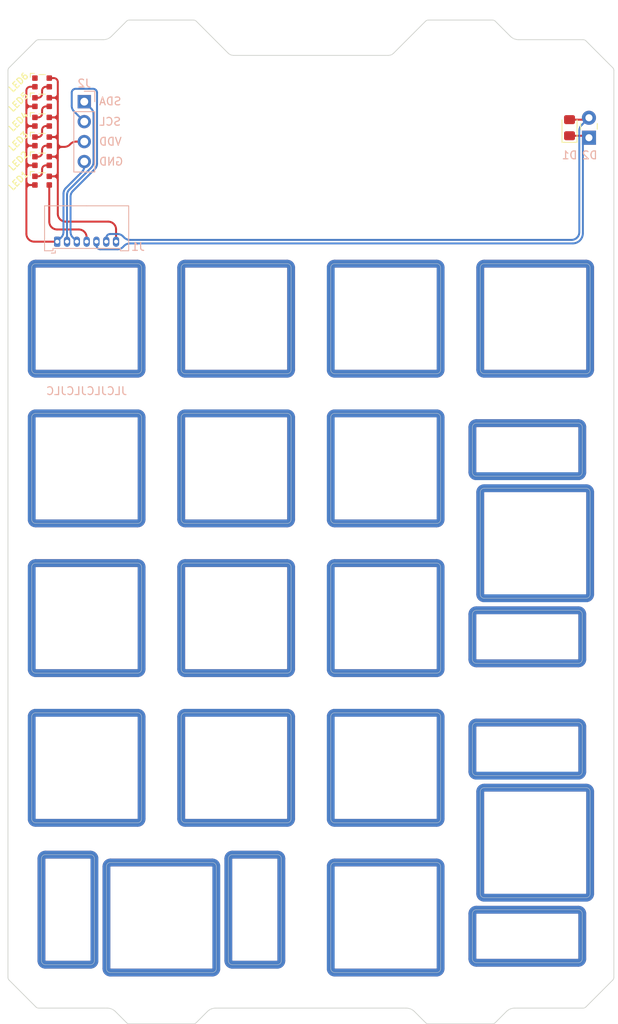
<source format=kicad_pcb>
(kicad_pcb (version 20221018) (generator pcbnew)
  (layers (0 "F.Cu" signal) (31 "B.Cu" signal) (34 "B.Paste" user) (35 "F.Paste" user) (36 "B.SilkS" user "B.Silkscreen") (37 "F.SilkS" user "F.Silkscreen") (38 "B.Mask" user) (39 "F.Mask" user) (44 "Edge.Cuts" user))
  (net 0 "")
  (net 1 "GND")
  (net 2 "SDA")
  (net 3 "SCL")
  (net 4 "P1.09")
  (net 5 "LED_CHG")
  (net 6 "VDDH")
  (net 7 "+VSW")
  (net 8 "Net-(LED1-DOUT)")
  (net 9 "Net-(LED2-DOUT)")
  (net 10 "Net-(LED3-DOUT)")
  (net 11 "Net-(LED4-DOUT)")
  (net 12 "Net-(LED5-DOUT)")
  (footprint "PCM_marbastlib-various:LED_WS2812_2020" (layer "F.Cu") (at -5.675 -17.5625)
    (fp_text reference "LED1")
    (fp_text value "WS2812_2020")
  )
  (footprint "PCM_marbastlib-xp-plate-mx:Plate-MP_MX_1u" (layer "F.Cu") (at 19.05 0)
    (fp_text reference "REF**" hide)
    (fp_text value "Plate-MP_MX_1u")
    (fp_line (start -7 -6.5) (end -7 6.5) (stroke (width 0.05)) (layer "Edge.Cuts"))
    (fp_line (start -6.5 7) (end 6.5 7) (stroke (width 0.05)) (layer "Edge.Cuts"))
    (fp_line (start 6.5 -7) (end -6.5 -7) (stroke (width 0.05)) (layer "Edge.Cuts"))
    (fp_line (start 7 6.5) (end 7 -6.5) (stroke (width 0.05)) (layer "Edge.Cuts"))
    (fp_arc (start -7 -6.5) (mid -6.853553 -6.853553) (end -6.5 -7) (stroke (width 0.05)) (layer "Edge.Cuts"))
    (fp_arc (start -6.497236 6.998884) (mid -6.850789 6.852437) (end -6.997236 6.498884) (stroke (width 0.05)) (layer "Edge.Cuts"))
    (fp_arc (start 6.5 -7) (mid 6.853554 -6.853554) (end 7 -6.5) (stroke (width 0.05)) (layer "Edge.Cuts"))
    (fp_arc (start 7 6.5) (mid 6.853554 6.853554) (end 6.5 7) (stroke (width 0.05)) (layer "Edge.Cuts"))
  )
  (footprint "PCM_marbastlib-xp-plate-mx:Plate-MP_MX_1u" (layer "F.Cu") (at 19.05 19.05)
    (fp_text reference "REF**" hide)
    (fp_text value "Plate-MP_MX_1u")
    (fp_line (start -7 -6.5) (end -7 6.5) (stroke (width 0.05)) (layer "Edge.Cuts"))
    (fp_line (start -6.5 7) (end 6.5 7) (stroke (width 0.05)) (layer "Edge.Cuts"))
    (fp_line (start 6.5 -7) (end -6.5 -7) (stroke (width 0.05)) (layer "Edge.Cuts"))
    (fp_line (start 7 6.5) (end 7 -6.5) (stroke (width 0.05)) (layer "Edge.Cuts"))
    (fp_arc (start -7 -6.5) (mid -6.853553 -6.853553) (end -6.5 -7) (stroke (width 0.05)) (layer "Edge.Cuts"))
    (fp_arc (start -6.497236 6.998884) (mid -6.850789 6.852437) (end -6.997236 6.498884) (stroke (width 0.05)) (layer "Edge.Cuts"))
    (fp_arc (start 6.5 -7) (mid 6.853554 -6.853554) (end 7 -6.5) (stroke (width 0.05)) (layer "Edge.Cuts"))
    (fp_arc (start 7 6.5) (mid 6.853554 6.853554) (end 6.5 7) (stroke (width 0.05)) (layer "Edge.Cuts"))
  )
  (footprint "PCM_marbastlib-xp-plate-mx:Plate-MP_MX_1u" (layer "F.Cu") (at 0 0)
    (fp_text reference "REF**" hide)
    (fp_text value "Plate-MP_MX_1u")
    (fp_line (start -7 -6.5) (end -7 6.5) (stroke (width 0.05)) (layer "Edge.Cuts"))
    (fp_line (start -6.5 7) (end 6.5 7) (stroke (width 0.05)) (layer "Edge.Cuts"))
    (fp_line (start 6.5 -7) (end -6.5 -7) (stroke (width 0.05)) (layer "Edge.Cuts"))
    (fp_line (start 7 6.5) (end 7 -6.5) (stroke (width 0.05)) (layer "Edge.Cuts"))
    (fp_arc (start -7 -6.5) (mid -6.853553 -6.853553) (end -6.5 -7) (stroke (width 0.05)) (layer "Edge.Cuts"))
    (fp_arc (start -6.497236 6.998884) (mid -6.850789 6.852437) (end -6.997236 6.498884) (stroke (width 0.05)) (layer "Edge.Cuts"))
    (fp_arc (start 6.5 -7) (mid 6.853554 -6.853554) (end 7 -6.5) (stroke (width 0.05)) (layer "Edge.Cuts"))
    (fp_arc (start 7 6.5) (mid 6.853554 6.853554) (end 6.5 7) (stroke (width 0.05)) (layer "Edge.Cuts"))
  )
  (footprint "PCM_marbastlib-xp-plate-mx:Plate-MP_MX_1u" (layer "F.Cu") (at 38.1 38.1)
    (fp_text reference "REF**" hide)
    (fp_text value "Plate-MP_MX_1u")
    (fp_line (start -7 -6.5) (end -7 6.5) (stroke (width 0.05)) (layer "Edge.Cuts"))
    (fp_line (start -6.5 7) (end 6.5 7) (stroke (width 0.05)) (layer "Edge.Cuts"))
    (fp_line (start 6.5 -7) (end -6.5 -7) (stroke (width 0.05)) (layer "Edge.Cuts"))
    (fp_line (start 7 6.5) (end 7 -6.5) (stroke (width 0.05)) (layer "Edge.Cuts"))
    (fp_arc (start -7 -6.5) (mid -6.853553 -6.853553) (end -6.5 -7) (stroke (width 0.05)) (layer "Edge.Cuts"))
    (fp_arc (start -6.497236 6.998884) (mid -6.850789 6.852437) (end -6.997236 6.498884) (stroke (width 0.05)) (layer "Edge.Cuts"))
    (fp_arc (start 6.5 -7) (mid 6.853554 -6.853554) (end 7 -6.5) (stroke (width 0.05)) (layer "Edge.Cuts"))
    (fp_arc (start 7 6.5) (mid 6.853554 6.853554) (end 6.5 7) (stroke (width 0.05)) (layer "Edge.Cuts"))
  )
  (footprint "PCM_marbastlib-xp-plate-mx:Plate-MP_MX_1u" (layer "F.Cu") (at 38.1 57.15)
    (fp_text reference "REF**" hide)
    (fp_text value "Plate-MP_MX_1u")
    (fp_line (start -7 -6.5) (end -7 6.5) (stroke (width 0.05)) (layer "Edge.Cuts"))
    (fp_line (start -6.5 7) (end 6.5 7) (stroke (width 0.05)) (layer "Edge.Cuts"))
    (fp_line (start 6.5 -7) (end -6.5 -7) (stroke (width 0.05)) (layer "Edge.Cuts"))
    (fp_line (start 7 6.5) (end 7 -6.5) (stroke (width 0.05)) (layer "Edge.Cuts"))
    (fp_arc (start -7 -6.5) (mid -6.853553 -6.853553) (end -6.5 -7) (stroke (width 0.05)) (layer "Edge.Cuts"))
    (fp_arc (start -6.497236 6.998884) (mid -6.850789 6.852437) (end -6.997236 6.498884) (stroke (width 0.05)) (layer "Edge.Cuts"))
    (fp_arc (start 6.5 -7) (mid 6.853554 -6.853554) (end 7 -6.5) (stroke (width 0.05)) (layer "Edge.Cuts"))
    (fp_arc (start 7 6.5) (mid 6.853554 6.853554) (end 6.5 7) (stroke (width 0.05)) (layer "Edge.Cuts"))
  )
  (footprint "PCM_marbastlib-xp-plate-mx:Plate-MP_MX_1u" (layer "F.Cu") (at 0 38.1)
    (fp_text reference "REF**" hide)
    (fp_text value "Plate-MP_MX_1u")
    (fp_line (start -7 -6.5) (end -7 6.5) (stroke (width 0.05)) (layer "Edge.Cuts"))
    (fp_line (start -6.5 7) (end 6.5 7) (stroke (width 0.05)) (layer "Edge.Cuts"))
    (fp_line (start 6.5 -7) (end -6.5 -7) (stroke (width 0.05)) (layer "Edge.Cuts"))
    (fp_line (start 7 6.5) (end 7 -6.5) (stroke (width 0.05)) (layer "Edge.Cuts"))
    (fp_arc (start -7 -6.5) (mid -6.853553 -6.853553) (end -6.5 -7) (stroke (width 0.05)) (layer "Edge.Cuts"))
    (fp_arc (start -6.497236 6.998884) (mid -6.850789 6.852437) (end -6.997236 6.498884) (stroke (width 0.05)) (layer "Edge.Cuts"))
    (fp_arc (start 6.5 -7) (mid 6.853554 -6.853554) (end 7 -6.5) (stroke (width 0.05)) (layer "Edge.Cuts"))
    (fp_arc (start 7 6.5) (mid 6.853554 6.853554) (end 6.5 7) (stroke (width 0.05)) (layer "Edge.Cuts"))
  )
  (footprint "PCM_marbastlib-xp-plate-mx:Plate-MP_MX_1u" (layer "F.Cu") (at 38.1 19.05)
    (fp_text reference "REF**" hide)
    (fp_text value "Plate-MP_MX_1u")
    (fp_line (start -7 -6.5) (end -7 6.5) (stroke (width 0.05)) (layer "Edge.Cuts"))
    (fp_line (start -6.5 7) (end 6.5 7) (stroke (width 0.05)) (layer "Edge.Cuts"))
    (fp_line (start 6.5 -7) (end -6.5 -7) (stroke (width 0.05)) (layer "Edge.Cuts"))
    (fp_line (start 7 6.5) (end 7 -6.5) (stroke (width 0.05)) (layer "Edge.Cuts"))
    (fp_arc (start -7 -6.5) (mid -6.853553 -6.853553) (end -6.5 -7) (stroke (width 0.05)) (layer "Edge.Cuts"))
    (fp_arc (start -6.497236 6.998884) (mid -6.850789 6.852437) (end -6.997236 6.498884) (stroke (width 0.05)) (layer "Edge.Cuts"))
    (fp_arc (start 6.5 -7) (mid 6.853554 -6.853554) (end 7 -6.5) (stroke (width 0.05)) (layer "Edge.Cuts"))
    (fp_arc (start 7 6.5) (mid 6.853554 6.853554) (end 6.5 7) (stroke (width 0.05)) (layer "Edge.Cuts"))
  )
  (footprint "PCM_marbastlib-xp-plate-mx:Plate-MP_MX_1u" (layer "F.Cu") (at 38.1 76.2)
    (fp_text reference "REF**" hide)
    (fp_text value "Plate-MP_MX_1u")
    (fp_line (start -7 -6.5) (end -7 6.5) (stroke (width 0.05)) (layer "Edge.Cuts"))
    (fp_line (start -6.5 7) (end 6.5 7) (stroke (width 0.05)) (layer "Edge.Cuts"))
    (fp_line (start 6.5 -7) (end -6.5 -7) (stroke (width 0.05)) (layer "Edge.Cuts"))
    (fp_line (start 7 6.5) (end 7 -6.5) (stroke (width 0.05)) (layer "Edge.Cuts"))
    (fp_arc (start -7 -6.5) (mid -6.853553 -6.853553) (end -6.5 -7) (stroke (width 0.05)) (layer "Edge.Cuts"))
    (fp_arc (start -6.497236 6.998884) (mid -6.850789 6.852437) (end -6.997236 6.498884) (stroke (width 0.05)) (layer "Edge.Cuts"))
    (fp_arc (start 6.5 -7) (mid 6.853554 -6.853554) (end 7 -6.5) (stroke (width 0.05)) (layer "Edge.Cuts"))
    (fp_arc (start 7 6.5) (mid 6.853554 6.853554) (end 6.5 7) (stroke (width 0.05)) (layer "Edge.Cuts"))
  )
  (footprint "LED_SMD:LED_0805_2012Metric_Pad1.15x1.40mm_HandSolder" (layer "F.Cu") (at 61.525 -24.3 90)
    (fp_text reference "D1")
    (fp_text value "LED")
  )
  (footprint "PCM_marbastlib-various:LED_WS2812_2020" (layer "F.Cu") (at -5.675 -22.5625)
    (fp_text reference "LED3")
    (fp_text value "WS2812_2020")
  )
  (footprint "PCM_marbastlib-xp-plate-mx:Plate-MP_MX_2u" (layer "F.Cu") (at 57.15 28.575 -90)
    (fp_text reference "REF**" hide)
    (fp_text value "Plate-MP_MX_2u")
    (fp_line (start -15.28125 -5.499999) (end -15.28125 7.500001) (stroke (width 0.05)) (layer "Edge.Cuts"))
    (fp_line (start -14.78125 -5.999999) (end -9.03125 -5.999999) (stroke (width 0.05)) (layer "Edge.Cuts"))
    (fp_line (start -14.78125 8.000001) (end -9.03125 8.000001) (stroke (width 0.05)) (layer "Edge.Cuts"))
    (fp_line (start -8.53125 -5.499999) (end -8.53125 7.500001) (stroke (width 0.05)) (layer "Edge.Cuts"))
    (fp_line (start -7 -6.5) (end -7 6.5) (stroke (width 0.05)) (layer "Edge.Cuts"))
    (fp_line (start -6.5 7) (end 6.5 7) (stroke (width 0.05)) (layer "Edge.Cuts"))
    (fp_line (start 6.5 -7) (end -6.5 -7) (stroke (width 0.05)) (layer "Edge.Cuts"))
    (fp_line (start 7 6.5) (end 7 -6.5) (stroke (width 0.05)) (layer "Edge.Cuts"))
    (fp_line (start 8.53125 -5.499999) (end 8.53125 7.500001) (stroke (width 0.05)) (layer "Edge.Cuts"))
    (fp_line (start 9.03125 -5.999999) (end 14.780039 -5.999999) (stroke (width 0.05)) (layer "Edge.Cuts"))
    (fp_line (start 9.03125 8.000001) (end 14.78125 8.000001) (stroke (width 0.05)) (layer "Edge.Cuts"))
    (fp_line (start 15.280039 -5.499999) (end 15.28125 7.500001) (stroke (width 0.05)) (layer "Edge.Cuts"))
    (fp_arc (start -15.28125 -5.499999) (mid -15.134803 -5.853552) (end -14.78125 -5.999999) (stroke (width 0.05)) (layer "Edge.Cuts"))
    (fp_arc (start -14.78125 8.000001) (mid -15.134803 7.853554) (end -15.28125 7.500001) (stroke (width 0.05)) (layer "Edge.Cuts"))
    (fp_arc (start -9.03125 -5.999999) (mid -8.677697 -5.853552) (end -8.53125 -5.499999) (stroke (width 0.05)) (layer "Edge.Cuts"))
    (fp_arc (start -8.53125 7.500001) (mid -8.677697 7.853554) (end -9.03125 8.000001) (stroke (width 0.05)) (layer "Edge.Cuts"))
    (fp_arc (start -7 -6.5) (mid -6.853553 -6.853553) (end -6.5 -7) (stroke (width 0.05)) (layer "Edge.Cuts"))
    (fp_arc (start -6.497236 6.998884) (mid -6.850789 6.852437) (end -6.997236 6.498884) (stroke (width 0.05)) (layer "Edge.Cuts"))
    (fp_arc (start 6.5 -7) (mid 6.853554 -6.853554) (end 7 -6.5) (stroke (width 0.05)) (layer "Edge.Cuts"))
    (fp_arc (start 7 6.5) (mid 6.853554 6.853554) (end 6.5 7) (stroke (width 0.05)) (layer "Edge.Cuts"))
    (fp_arc (start 8.53125 -5.499999) (mid 8.677697 -5.853552) (end 9.03125 -5.999999) (stroke (width 0.05)) (layer "Edge.Cuts"))
    (fp_arc (start 9.03125 8.000001) (mid 8.677697 7.853554) (end 8.53125 7.500001) (stroke (width 0.05)) (layer "Edge.Cuts"))
    (fp_arc (start 14.780039 -5.999999) (mid 15.133592 -5.853552) (end 15.280039 -5.499999) (stroke (width 0.05)) (layer "Edge.Cuts"))
    (fp_arc (start 15.28125 7.500001) (mid 15.134803 7.853554) (end 14.78125 8.000001) (stroke (width 0.05)) (layer "Edge.Cuts"))
  )
  (footprint "PCM_marbastlib-xp-plate-mx:Plate-MP_MX_1u" (layer "F.Cu") (at 38.1 0)
    (fp_text reference "REF**" hide)
    (fp_text value "Plate-MP_MX_1u")
    (fp_line (start -7 -6.5) (end -7 6.5) (stroke (width 0.05)) (layer "Edge.Cuts"))
    (fp_line (start -6.5 7) (end 6.5 7) (stroke (width 0.05)) (layer "Edge.Cuts"))
    (fp_line (start 6.5 -7) (end -6.5 -7) (stroke (width 0.05)) (layer "Edge.Cuts"))
    (fp_line (start 7 6.5) (end 7 -6.5) (stroke (width 0.05)) (layer "Edge.Cuts"))
    (fp_arc (start -7 -6.5) (mid -6.853553 -6.853553) (end -6.5 -7) (stroke (width 0.05)) (layer "Edge.Cuts"))
    (fp_arc (start -6.497236 6.998884) (mid -6.850789 6.852437) (end -6.997236 6.498884) (stroke (width 0.05)) (layer "Edge.Cuts"))
    (fp_arc (start 6.5 -7) (mid 6.853554 -6.853554) (end 7 -6.5) (stroke (width 0.05)) (layer "Edge.Cuts"))
    (fp_arc (start 7 6.5) (mid 6.853554 6.853554) (end 6.5 7) (stroke (width 0.05)) (layer "Edge.Cuts"))
  )
  (footprint "PCM_marbastlib-xp-plate-mx:Plate-MP_MX_2u" (layer "F.Cu") (at 57.15 66.675 -90)
    (fp_text reference "REF**" hide)
    (fp_text value "Plate-MP_MX_2u")
    (fp_line (start -15.28125 -5.499999) (end -15.28125 7.500001) (stroke (width 0.05)) (layer "Edge.Cuts"))
    (fp_line (start -14.78125 -5.999999) (end -9.03125 -5.999999) (stroke (width 0.05)) (layer "Edge.Cuts"))
    (fp_line (start -14.78125 8.000001) (end -9.03125 8.000001) (stroke (width 0.05)) (layer "Edge.Cuts"))
    (fp_line (start -8.53125 -5.499999) (end -8.53125 7.500001) (stroke (width 0.05)) (layer "Edge.Cuts"))
    (fp_line (start -7 -6.5) (end -7 6.5) (stroke (width 0.05)) (layer "Edge.Cuts"))
    (fp_line (start -6.5 7) (end 6.5 7) (stroke (width 0.05)) (layer "Edge.Cuts"))
    (fp_line (start 6.5 -7) (end -6.5 -7) (stroke (width 0.05)) (layer "Edge.Cuts"))
    (fp_line (start 7 6.5) (end 7 -6.5) (stroke (width 0.05)) (layer "Edge.Cuts"))
    (fp_line (start 8.53125 -5.499999) (end 8.53125 7.500001) (stroke (width 0.05)) (layer "Edge.Cuts"))
    (fp_line (start 9.03125 -5.999999) (end 14.780039 -5.999999) (stroke (width 0.05)) (layer "Edge.Cuts"))
    (fp_line (start 9.03125 8.000001) (end 14.78125 8.000001) (stroke (width 0.05)) (layer "Edge.Cuts"))
    (fp_line (start 15.280039 -5.499999) (end 15.28125 7.500001) (stroke (width 0.05)) (layer "Edge.Cuts"))
    (fp_arc (start -15.28125 -5.499999) (mid -15.134803 -5.853552) (end -14.78125 -5.999999) (stroke (width 0.05)) (layer "Edge.Cuts"))
    (fp_arc (start -14.78125 8.000001) (mid -15.134803 7.853554) (end -15.28125 7.500001) (stroke (width 0.05)) (layer "Edge.Cuts"))
    (fp_arc (start -9.03125 -5.999999) (mid -8.677697 -5.853552) (end -8.53125 -5.499999) (stroke (width 0.05)) (layer "Edge.Cuts"))
    (fp_arc (start -8.53125 7.500001) (mid -8.677697 7.853554) (end -9.03125 8.000001) (stroke (width 0.05)) (layer "Edge.Cuts"))
    (fp_arc (start -7 -6.5) (mid -6.853553 -6.853553) (end -6.5 -7) (stroke (width 0.05)) (layer "Edge.Cuts"))
    (fp_arc (start -6.497236 6.998884) (mid -6.850789 6.852437) (end -6.997236 6.498884) (stroke (width 0.05)) (layer "Edge.Cuts"))
    (fp_arc (start 6.5 -7) (mid 6.853554 -6.853554) (end 7 -6.5) (stroke (width 0.05)) (layer "Edge.Cuts"))
    (fp_arc (start 7 6.5) (mid 6.853554 6.853554) (end 6.5 7) (stroke (width 0.05)) (layer "Edge.Cuts"))
    (fp_arc (start 8.53125 -5.499999) (mid 8.677697 -5.853552) (end 9.03125 -5.999999) (stroke (width 0.05)) (layer "Edge.Cuts"))
    (fp_arc (start 9.03125 8.000001) (mid 8.677697 7.853554) (end 8.53125 7.500001) (stroke (width 0.05)) (layer "Edge.Cuts"))
    (fp_arc (start 14.780039 -5.999999) (mid 15.133592 -5.853552) (end 15.280039 -5.499999) (stroke (width 0.05)) (layer "Edge.Cuts"))
    (fp_arc (start 15.28125 7.500001) (mid 15.134803 7.853554) (end 14.78125 8.000001) (stroke (width 0.05)) (layer "Edge.Cuts"))
  )
  (footprint "PCM_marbastlib-various:LED_WS2812_2020" (layer "F.Cu") (at -5.675 -27.5625)
    (fp_text reference "LED5")
    (fp_text value "WS2812_2020")
  )
  (footprint "PCM_marbastlib-xp-plate-mx:Plate-MP_MX_1u" (layer "F.Cu") (at 19.05 38.1)
    (fp_text reference "REF**" hide)
    (fp_text value "Plate-MP_MX_1u")
    (fp_line (start -7 -6.5) (end -7 6.5) (stroke (width 0.05)) (layer "Edge.Cuts"))
    (fp_line (start -6.5 7) (end 6.5 7) (stroke (width 0.05)) (layer "Edge.Cuts"))
    (fp_line (start 6.5 -7) (end -6.5 -7) (stroke (width 0.05)) (layer "Edge.Cuts"))
    (fp_line (start 7 6.5) (end 7 -6.5) (stroke (width 0.05)) (layer "Edge.Cuts"))
    (fp_arc (start -7 -6.5) (mid -6.853553 -6.853553) (end -6.5 -7) (stroke (width 0.05)) (layer "Edge.Cuts"))
    (fp_arc (start -6.497236 6.998884) (mid -6.850789 6.852437) (end -6.997236 6.498884) (stroke (width 0.05)) (layer "Edge.Cuts"))
    (fp_arc (start 6.5 -7) (mid 6.853554 -6.853554) (end 7 -6.5) (stroke (width 0.05)) (layer "Edge.Cuts"))
    (fp_arc (start 7 6.5) (mid 6.853554 6.853554) (end 6.5 7) (stroke (width 0.05)) (layer "Edge.Cuts"))
  )
  (footprint "PCM_marbastlib-xp-plate-mx:Plate-MP_MX_1u" (layer "F.Cu") (at 19.05 57.15)
    (fp_text reference "REF**" hide)
    (fp_text value "Plate-MP_MX_1u")
    (fp_line (start -7 -6.5) (end -7 6.5) (stroke (width 0.05)) (layer "Edge.Cuts"))
    (fp_line (start -6.5 7) (end 6.5 7) (stroke (width 0.05)) (layer "Edge.Cuts"))
    (fp_line (start 6.5 -7) (end -6.5 -7) (stroke (width 0.05)) (layer "Edge.Cuts"))
    (fp_line (start 7 6.5) (end 7 -6.5) (stroke (width 0.05)) (layer "Edge.Cuts"))
    (fp_arc (start -7 -6.5) (mid -6.853553 -6.853553) (end -6.5 -7) (stroke (width 0.05)) (layer "Edge.Cuts"))
    (fp_arc (start -6.497236 6.998884) (mid -6.850789 6.852437) (end -6.997236 6.498884) (stroke (width 0.05)) (layer "Edge.Cuts"))
    (fp_arc (start 6.5 -7) (mid 6.853554 -6.853554) (end 7 -6.5) (stroke (width 0.05)) (layer "Edge.Cuts"))
    (fp_arc (start 7 6.5) (mid 6.853554 6.853554) (end 6.5 7) (stroke (width 0.05)) (layer "Edge.Cuts"))
  )
  (footprint "Connector_PinHeader_2.54mm:PinHeader_1x04_P2.54mm_Vertical" (layer "F.Cu") (at -0.3 -27.6125)
    (fp_text reference "J2")
    (fp_text value "OLED")
  )
  (footprint "PCM_marbastlib-xp-plate-mx:Plate-MP_MX_1u" (layer "F.Cu") (at 57.15 0)
    (fp_text reference "REF**" hide)
    (fp_text value "Plate-MP_MX_1u")
    (fp_line (start -7 -6.5) (end -7 6.5) (stroke (width 0.05)) (layer "Edge.Cuts"))
    (fp_line (start -6.5 7) (end 6.5 7) (stroke (width 0.05)) (layer "Edge.Cuts"))
    (fp_line (start 6.5 -7) (end -6.5 -7) (stroke (width 0.05)) (layer "Edge.Cuts"))
    (fp_line (start 7 6.5) (end 7 -6.5) (stroke (width 0.05)) (layer "Edge.Cuts"))
    (fp_arc (start -7 -6.5) (mid -6.853553 -6.853553) (end -6.5 -7) (stroke (width 0.05)) (layer "Edge.Cuts"))
    (fp_arc (start -6.497236 6.998884) (mid -6.850789 6.852437) (end -6.997236 6.498884) (stroke (width 0.05)) (layer "Edge.Cuts"))
    (fp_arc (start 6.5 -7) (mid 6.853554 -6.853554) (end 7 -6.5) (stroke (width 0.05)) (layer "Edge.Cuts"))
    (fp_arc (start 7 6.5) (mid 6.853554 6.853554) (end 6.5 7) (stroke (width 0.05)) (layer "Edge.Cuts"))
  )
  (footprint "PCM_marbastlib-various:LED_WS2812_2020" (layer "F.Cu") (at -5.675 -30.0625)
    (fp_text reference "LED6")
    (fp_text value "WS2812_2020")
  )
  (footprint "LED_THT:LED_Rectangular_W3.0mm_H2.0mm" (layer "F.Cu") (at 64 -23.025 90)
    (fp_text reference "D2")
    (fp_text value "LED")
  )
  (footprint "PCM_marbastlib-xp-plate-mx:Plate-MP_MX_1u" (layer "F.Cu") (at 0 57.15)
    (fp_text reference "REF**" hide)
    (fp_text value "Plate-MP_MX_1u")
    (fp_line (start -7 -6.5) (end -7 6.5) (stroke (width 0.05)) (layer "Edge.Cuts"))
    (fp_line (start -6.5 7) (end 6.5 7) (stroke (width 0.05)) (layer "Edge.Cuts"))
    (fp_line (start 6.5 -7) (end -6.5 -7) (stroke (width 0.05)) (layer "Edge.Cuts"))
    (fp_line (start 7 6.5) (end 7 -6.5) (stroke (width 0.05)) (layer "Edge.Cuts"))
    (fp_arc (start -7 -6.5) (mid -6.853553 -6.853553) (end -6.5 -7) (stroke (width 0.05)) (layer "Edge.Cuts"))
    (fp_arc (start -6.497236 6.998884) (mid -6.850789 6.852437) (end -6.997236 6.498884) (stroke (width 0.05)) (layer "Edge.Cuts"))
    (fp_arc (start 6.5 -7) (mid 6.853554 -6.853554) (end 7 -6.5) (stroke (width 0.05)) (layer "Edge.Cuts"))
    (fp_arc (start 7 6.5) (mid 6.853554 6.853554) (end 6.5 7) (stroke (width 0.05)) (layer "Edge.Cuts"))
  )
  (footprint "PCM_marbastlib-xp-plate-mx:Plate-MP_MX_2u" (layer "F.Cu") (at 9.525 76.2 180)
    (fp_text reference "REF**" hide)
    (fp_text value "Plate-MP_MX_2u")
    (fp_line (start -15.28125 -5.499999) (end -15.28125 7.500001) (stroke (width 0.05)) (layer "Edge.Cuts"))
    (fp_line (start -14.78125 -5.999999) (end -9.03125 -5.999999) (stroke (width 0.05)) (layer "Edge.Cuts"))
    (fp_line (start -14.78125 8.000001) (end -9.03125 8.000001) (stroke (width 0.05)) (layer "Edge.Cuts"))
    (fp_line (start -8.53125 -5.499999) (end -8.53125 7.500001) (stroke (width 0.05)) (layer "Edge.Cuts"))
    (fp_line (start -7 -6.5) (end -7 6.5) (stroke (width 0.05)) (layer "Edge.Cuts"))
    (fp_line (start -6.5 7) (end 6.5 7) (stroke (width 0.05)) (layer "Edge.Cuts"))
    (fp_line (start 6.5 -7) (end -6.5 -7) (stroke (width 0.05)) (layer "Edge.Cuts"))
    (fp_line (start 7 6.5) (end 7 -6.5) (stroke (width 0.05)) (layer "Edge.Cuts"))
    (fp_line (start 8.53125 -5.499999) (end 8.53125 7.500001) (stroke (width 0.05)) (layer "Edge.Cuts"))
    (fp_line (start 9.03125 -5.999999) (end 14.780039 -5.999999) (stroke (width 0.05)) (layer "Edge.Cuts"))
    (fp_line (start 9.03125 8.000001) (end 14.78125 8.000001) (stroke (width 0.05)) (layer "Edge.Cuts"))
    (fp_line (start 15.280039 -5.499999) (end 15.28125 7.500001) (stroke (width 0.05)) (layer "Edge.Cuts"))
    (fp_arc (start -15.28125 -5.499999) (mid -15.134803 -5.853552) (end -14.78125 -5.999999) (stroke (width 0.05)) (layer "Edge.Cuts"))
    (fp_arc (start -14.78125 8.000001) (mid -15.134803 7.853554) (end -15.28125 7.500001) (stroke (width 0.05)) (layer "Edge.Cuts"))
    (fp_arc (start -9.03125 -5.999999) (mid -8.677697 -5.853552) (end -8.53125 -5.499999) (stroke (width 0.05)) (layer "Edge.Cuts"))
    (fp_arc (start -8.53125 7.500001) (mid -8.677697 7.853554) (end -9.03125 8.000001) (stroke (width 0.05)) (layer "Edge.Cuts"))
    (fp_arc (start -7 -6.5) (mid -6.853553 -6.853553) (end -6.5 -7) (stroke (width 0.05)) (layer "Edge.Cuts"))
    (fp_arc (start -6.497236 6.998884) (mid -6.850789 6.852437) (end -6.997236 6.498884) (stroke (width 0.05)) (layer "Edge.Cuts"))
    (fp_arc (start 6.5 -7) (mid 6.853554 -6.853554) (end 7 -6.5) (stroke (width 0.05)) (layer "Edge.Cuts"))
    (fp_arc (start 7 6.5) (mid 6.853554 6.853554) (end 6.5 7) (stroke (width 0.05)) (layer "Edge.Cuts"))
    (fp_arc (start 8.53125 -5.499999) (mid 8.677697 -5.853552) (end 9.03125 -5.999999) (stroke (width 0.05)) (layer "Edge.Cuts"))
    (fp_arc (start 9.03125 8.000001) (mid 8.677697 7.853554) (end 8.53125 7.500001) (stroke (width 0.05)) (layer "Edge.Cuts"))
    (fp_arc (start 14.780039 -5.999999) (mid 15.133592 -5.853552) (end 15.280039 -5.499999) (stroke (width 0.05)) (layer "Edge.Cuts"))
    (fp_arc (start 15.28125 7.500001) (mid 15.134803 7.853554) (end 14.78125 8.000001) (stroke (width 0.05)) (layer "Edge.Cuts"))
  )
  (footprint "PCM_marbastlib-various:LED_WS2812_2020" (layer "F.Cu") (at -5.675 -25.0625)
    (fp_text reference "LED4")
    (fp_text value "WS2812_2020")
  )
  (footprint "PCM_marbastlib-various:LED_WS2812_2020" (layer "F.Cu") (at -5.675 -20.0625)
    (fp_text reference "LED2")
    (fp_text value "WS2812_2020")
  )
  (footprint "PCM_marbastlib-xp-plate-mx:Plate-MP_MX_1u" (layer "F.Cu") (at 0 19.05)
    (fp_text reference "REF**" hide)
    (fp_text value "Plate-MP_MX_1u")
    (fp_line (start -7 -6.5) (end -7 6.5) (stroke (width 0.05)) (layer "Edge.Cuts"))
    (fp_line (start -6.5 7) (end 6.5 7) (stroke (width 0.05)) (layer "Edge.Cuts"))
    (fp_line (start 6.5 -7) (end -6.5 -7) (stroke (width 0.05)) (layer "Edge.Cuts"))
    (fp_line (start 7 6.5) (end 7 -6.5) (stroke (width 0.05)) (layer "Edge.Cuts"))
    (fp_arc (start -7 -6.5) (mid -6.853553 -6.853553) (end -6.5 -7) (stroke (width 0.05)) (layer "Edge.Cuts"))
    (fp_arc (start -6.497236 6.998884) (mid -6.850789 6.852437) (end -6.997236 6.498884) (stroke (width 0.05)) (layer "Edge.Cuts"))
    (fp_arc (start 6.5 -7) (mid 6.853554 -6.853554) (end 7 -6.5) (stroke (width 0.05)) (layer "Edge.Cuts"))
    (fp_arc (start 7 6.5) (mid 6.853554 6.853554) (end 6.5 7) (stroke (width 0.05)) (layer "Edge.Cuts"))
  )
  (footprint "Connector_Molex:Molex_PicoBlade_53048-0710_1x07_P1.25mm_Horizontal" (layer "B.Cu") (at -3.75 -9.8)
    (fp_text reference "J1")
    (fp_text value "EXT")
  )
  (gr_arc (start 39.125 -33.792893) (mid 38.800576 -33.576122) (end 38.417893 -33.5) (stroke (width 0.1)) (layer "Edge.Cuts"))
  (gr_arc (start 55.039214 -35.5) (mid 54.465186 -35.614176) (end 53.978553 -35.93934) (stroke (width 0.1)) (layer "Edge.Cuts"))
  (gr_line (start 67.175 -31.585786) (end 67.175 83.810786) (stroke (width 0.1)) (layer "Edge.Cuts"))
  (gr_line (start 3.171447 -35.93934) (end 5.08566 -37.853553) (stroke (width 0.1)) (layer "Edge.Cuts"))
  (gr_line (start -6.110786 -35.5) (end 2.110786 -35.5) (stroke (width 0.1)) (layer "Edge.Cuts"))
  (gr_arc (start 2.610786 87.725) (mid 3.184812 87.839181) (end 3.671447 88.16434) (stroke (width 0.1)) (layer "Edge.Cuts"))
  (gr_arc (start 67.028553 -31.93934) (mid 67.136935 -31.777127) (end 67.175 -31.585786) (stroke (width 0.1)) (layer "Edge.Cuts"))
  (gr_arc (start 15.378553 88.16434) (mid 15.865188 87.839181) (end 16.439214 87.725) (stroke (width 0.1)) (layer "Edge.Cuts"))
  (gr_line (start 40.710786 87.725) (end 16.439214 87.725) (stroke (width 0.1)) (layer "Edge.Cuts"))
  (gr_arc (start 43.18566 -37.853553) (mid 43.347873 -37.961935) (end 43.539214 -38) (stroke (width 0.1)) (layer "Edge.Cuts"))
  (gr_arc (start 3.171447 -35.93934) (mid 2.684812 -35.614181) (end 2.110786 -35.5) (stroke (width 0.1)) (layer "Edge.Cuts"))
  (gr_arc (start 67.175 83.810786) (mid 67.136944 84.002131) (end 67.028553 84.16434) (stroke (width 0.1)) (layer "Edge.Cuts"))
  (gr_line (start 63.61434 -35.353553) (end 67.028553 -31.93934) (stroke (width 0.1)) (layer "Edge.Cuts"))
  (gr_line (start 63.260786 87.725) (end 54.539214 87.725) (stroke (width 0.1)) (layer "Edge.Cuts"))
  (gr_arc (start 53.478553 88.16434) (mid 53.965189 87.839185) (end 54.539214 87.725) (stroke (width 0.1)) (layer "Edge.Cuts"))
  (gr_line (start 39.125 -33.792893) (end 43.18566 -37.853553) (stroke (width 0.1)) (layer "Edge.Cuts"))
  (gr_line (start 55.039214 -35.5) (end 63.260786 -35.5) (stroke (width 0.1)) (layer "Edge.Cuts"))
  (gr_arc (start 18.732107 -33.5) (mid 18.349423 -33.57612) (end 18.025 -33.792893) (stroke (width 0.1)) (layer "Edge.Cuts"))
  (gr_line (start 13.610786 89.725) (end 5.439214 89.725) (stroke (width 0.1)) (layer "Edge.Cuts"))
  (gr_line (start -6.46434 87.578553) (end -9.878553 84.16434) (stroke (width 0.1)) (layer "Edge.Cuts"))
  (gr_line (start 15.378553 88.16434) (end 13.96434 89.578553) (stroke (width 0.1)) (layer "Edge.Cuts"))
  (gr_line (start 51.710786 89.725) (end 43.539214 89.725) (stroke (width 0.1)) (layer "Edge.Cuts"))
  (gr_line (start 5.08566 89.578553) (end 3.671447 88.16434) (stroke (width 0.1)) (layer "Edge.Cuts"))
  (gr_line (start 52.06434 -37.853553) (end 53.978553 -35.93934) (stroke (width 0.1)) (layer "Edge.Cuts"))
  (gr_arc (start 13.610786 -38) (mid 13.802128 -37.96194) (end 13.96434 -37.853553) (stroke (width 0.1)) (layer "Edge.Cuts"))
  (gr_line (start 43.539214 -38) (end 51.710786 -38) (stroke (width 0.1)) (layer "Edge.Cuts"))
  (gr_line (start 13.96434 -37.853553) (end 18.025 -33.792893) (stroke (width 0.1)) (layer "Edge.Cuts"))
  (gr_line (start 2.610786 87.725) (end -6.110786 87.725) (stroke (width 0.1)) (layer "Edge.Cuts"))
  (gr_arc (start 5.439214 89.725) (mid 5.247872 89.68694) (end 5.08566 89.578553) (stroke (width 0.1)) (layer "Edge.Cuts"))
  (gr_line (start 67.028553 84.16434) (end 63.61434 87.578553) (stroke (width 0.1)) (layer "Edge.Cuts"))
  (gr_arc (start 5.08566 -37.853553) (mid 5.247872 -37.96194) (end 5.439214 -38) (stroke (width 0.1)) (layer "Edge.Cuts"))
  (gr_arc (start -6.110786 87.725) (mid -6.302128 87.68694) (end -6.46434 87.578553) (stroke (width 0.1)) (layer "Edge.Cuts"))
  (gr_line (start -10.025 83.810786) (end -10.025 -31.585786) (stroke (width 0.1)) (layer "Edge.Cuts"))
  (gr_line (start 43.18566 89.578553) (end 41.771447 88.16434) (stroke (width 0.1)) (layer "Edge.Cuts"))
  (gr_arc (start 13.96434 89.578553) (mid 13.802128 89.68694) (end 13.610786 89.725) (stroke (width 0.1)) (layer "Edge.Cuts"))
  (gr_line (start -9.878553 -31.93934) (end -6.46434 -35.353553) (stroke (width 0.1)) (layer "Edge.Cuts"))
  (gr_arc (start 52.06434 89.578553) (mid 51.902127 89.686935) (end 51.710786 89.725) (stroke (width 0.1)) (layer "Edge.Cuts"))
  (gr_arc (start 43.539214 89.725) (mid 43.347869 89.686944) (end 43.18566 89.578553) (stroke (width 0.1)) (layer "Edge.Cuts"))
  (gr_line (start 18.732107 -33.5) (end 38.417893 -33.5) (stroke (width 0.1)) (layer "Edge.Cuts"))
  (gr_arc (start 63.260786 -35.5) (mid 63.452131 -35.461944) (end 63.61434 -35.353553) (stroke (width 0.1)) (layer "Edge.Cuts"))
  (gr_line (start 5.439214 -38) (end 13.610786 -38) (stroke (width 0.1)) (layer "Edge.Cuts"))
  (gr_arc (start 51.710786 -38) (mid 51.902131 -37.961944) (end 52.06434 -37.853553) (stroke (width 0.1)) (layer "Edge.Cuts"))
  (gr_arc (start 40.710786 87.725) (mid 41.284814 87.839176) (end 41.771447 88.16434) (stroke (width 0.1)) (layer "Edge.Cuts"))
  (gr_line (start 53.478553 88.16434) (end 52.06434 89.578553) (stroke (width 0.1)) (layer "Edge.Cuts"))
  (gr_arc (start -10.025 -31.585786) (mid -9.98694 -31.777128) (end -9.878553 -31.93934) (stroke (width 0.1)) (layer "Edge.Cuts"))
  (gr_arc (start -6.46434 -35.353553) (mid -6.302128 -35.46194) (end -6.110786 -35.5) (stroke (width 0.1)) (layer "Edge.Cuts"))
  (gr_arc (start 63.61434 87.578553) (mid 63.452127 87.686935) (end 63.260786 87.725) (stroke (width 0.1)) (layer "Edge.Cuts"))
  (gr_arc (start -9.878553 84.16434) (mid -9.98694 84.002128) (end -10.025 83.810786) (stroke (width 0.1)) (layer "Edge.Cuts"))
  (gr_text "GND" (at 1.5 -19.9925) (layer "B.SilkS") (effects (font (size 1 1)) (justify right mirror)))
  (gr_text "SCL" (at 1.5 -25.0725) (layer "B.SilkS") (effects (font (size 1 1)) (justify right mirror)))
  (gr_text "SDA" (at 1.5 -27.6625) (layer "B.SilkS") (effects (font (size 1 1)) (justify right mirror)))
  (gr_text "VDD" (at 1.5 -22.5325) (layer "B.SilkS") (effects (font (size 1 1)) (justify right mirror)))
  (gr_text "JLCJLCJLCJLC" (at 0 9.2) (layer "B.SilkS") (effects (font (size 1 1)) (justify mirror)))
  (segment (start -7.675 -19.0125) (end -7.675 -17.5125) (width 0.25) (layer "F.Cu") (net 1))
  (segment (start -7.675 -16.5125) (end -7.675 -10.8) (width 0.25) (layer "F.Cu") (net 1))
  (segment (start -6.675 -9.8) (end -3.75 -9.8) (width 0.25) (layer "F.Cu") (net 1))
  (segment (start -6.59 -19.5125) (end -7.175 -19.5125) (width 0.25) (layer "F.Cu") (net 1))
  (segment (start -7.675 -27.5125) (end -7.675 -26.5125) (width 0.25) (layer "F.Cu") (net 1))
  (segment (start -7.675 -20.1125) (end -7.675 -19.0125) (width 0.25) (layer "F.Cu") (net 1))
  (segment (start -7.675 -21.5125) (end -7.675 -20.1125) (width 0.25) (layer "F.Cu") (net 1))
  (segment (start -6.59 -22.0125) (end -7.175 -22.0125) (width 0.25) (layer "F.Cu") (net 1))
  (segment (start -7.675 -25.0125) (end -7.675 -24.0125) (width 0.25) (layer "F.Cu") (net 1))
  (segment (start -7.675 -29.0125) (end -7.675 -27.5125) (width 0.25) (layer "F.Cu") (net 1))
  (segment (start -6.59 -22.0125) (end -7.175 -22.0125) (width 0.25) (layer "F.Cu") (net 1))
  (segment (start -6.59 -24.5125) (end -7.175 -24.5125) (width 0.25) (layer "F.Cu") (net 1))
  (segment (start -6.59 -24.5125) (end -7.175 -24.5125) (width 0.25) (layer "F.Cu") (net 1))
  (segment (start -6.59 -19.5125) (end -7.175 -19.5125) (width 0.25) (layer "F.Cu") (net 1))
  (segment (start -7.675 -17.5125) (end -7.675 -16.5125) (width 0.25) (layer "F.Cu") (net 1))
  (segment (start -6.59 -27.0125) (end -7.175 -27.0125) (width 0.25) (layer "F.Cu") (net 1))
  (segment (start -6.59 -17.0125) (end -7.175 -17.0125) (width 0.25) (layer "F.Cu") (net 1))
  (segment (start -7.675 -20.1125) (end -7.675 -20.0125) (width 0.25) (layer "F.Cu") (net 1))
  (segment (start -6.59 -27.0125) (end -7.175 -27.0125) (width 0.25) (layer "F.Cu") (net 1))
  (segment (start -7.675 -24.0125) (end -7.675 -22.5125) (width 0.25) (layer "F.Cu") (net 1))
  (segment (start -6.59 -29.5125) (end -7.175 -29.5125) (width 0.25) (layer "F.Cu") (net 1))
  (segment (start -6.59 -17.0125) (end -7.175 -17.0125) (width 0.25) (layer "F.Cu") (net 1))
  (segment (start -7.675 -26.5125) (end -7.675 -25.0125) (width 0.25) (layer "F.Cu") (net 1))
  (segment (start -7.675 -22.5125) (end -7.675 -21.5125) (width 0.25) (layer "F.Cu") (net 1))
  (arc (start -7.175 -27.0125) (mid -7.528553 -26.866053) (end -7.675 -26.5125) (width 0.25) (layer "F.Cu") (net 1))
  (arc (start -7.675 -17.5125) (mid -7.528553 -17.158947) (end -7.175 -17.0125) (width 0.25) (layer "F.Cu") (net 1))
  (arc (start -7.175 -24.5125) (mid -7.528553 -24.366053) (end -7.675 -24.0125) (width 0.25) (layer "F.Cu") (net 1))
  (arc (start -7.675 -10.8) (mid -7.382107 -10.092893) (end -6.675 -9.8) (width 0.25) (layer "F.Cu") (net 1))
  (arc (start -7.175 -19.5125) (mid -7.528553 -19.366053) (end -7.675 -19.0125) (width 0.25) (layer "F.Cu") (net 1))
  (arc (start -7.675 -27.5125) (mid -7.528553 -27.158947) (end -7.175 -27.0125) (width 0.25) (layer "F.Cu") (net 1))
  (arc (start -7.675 -20.0125) (mid -7.528553 -19.658947) (end -7.175 -19.5125) (width 0.25) (layer "F.Cu") (net 1))
  (arc (start -7.675 -22.5125) (mid -7.528553 -22.158947) (end -7.175 -22.0125) (width 0.25) (layer "F.Cu") (net 1))
  (arc (start -7.175 -22.0125) (mid -7.528553 -21.866053) (end -7.675 -21.5125) (width 0.25) (layer "F.Cu") (net 1))
  (arc (start -7.175 -17.0125) (mid -7.528553 -16.866053) (end -7.675 -16.5125) (width 0.25) (layer "F.Cu") (net 1))
  (arc (start -7.175 -29.5125) (mid -7.528553 -29.366053) (end -7.675 -29.0125) (width 0.25) (layer "F.Cu") (net 1))
  (arc (start -7.675 -25.0125) (mid -7.528553 -24.658947) (end -7.175 -24.5125) (width 0.25) (layer "F.Cu") (net 1))
  (segment (start -2.656627 -16.610581) (end -0.592893 -18.674315) (width 0.25) (layer "B.Cu") (net 1))
  (segment (start -2.94952 -11.03932) (end -2.94952 -15.903474) (width 0.25) (layer "B.Cu") (net 1))
  (segment (start -3.75 -9.8) (end -3.75 -9.824626) (width 0.25) (layer "B.Cu") (net 1))
  (segment (start -0.3 -19.381422) (end -0.3 -19.9925) (width 0.25) (layer "B.Cu") (net 1))
  (segment (start -3.75 -9.824626) (end -3.242413 -10.332213) (width 0.25) (layer "B.Cu") (net 1))
  (arc (start -2.94952 -15.903474) (mid -2.8734 -16.286158) (end -2.656627 -16.610581) (width 0.25) (layer "B.Cu") (net 1))
  (arc (start -3.242413 -10.332213) (mid -3.02564 -10.656636) (end -2.94952 -11.03932) (width 0.25) (layer "B.Cu") (net 1))
  (arc (start -0.592893 -18.674315) (mid -0.37612 -18.998738) (end -0.3 -19.381422) (width 0.25) (layer "B.Cu") (net 1))
  (segment (start -2.207107 -16.424383) (end 0.581618 -19.213108) (width 0.25) (layer "B.Cu") (net 2))
  (segment (start 0.874511 -19.920215) (end 0.874511 -26.023775) (width 0.25) (layer "B.Cu") (net 2))
  (segment (start -2.5 -9.8) (end -2.5 -15.717276) (width 0.25) (layer "B.Cu") (net 2))
  (segment (start 0.581618 -26.730882) (end -0.3 -27.6125) (width 0.25) (layer "B.Cu") (net 2))
  (arc (start 0.581618 -19.213108) (mid 0.798391 -19.537531) (end 0.874511 -19.920215) (width 0.25) (layer "B.Cu") (net 2))
  (arc (start -2.207107 -16.424383) (mid -2.42388 -16.09996) (end -2.5 -15.717276) (width 0.25) (layer "B.Cu") (net 2))
  (arc (start 0.581618 -26.730882) (mid 0.798391 -26.406459) (end 0.874511 -26.023775) (width 0.25) (layer "B.Cu") (net 2))
  (segment (start -1.25 -9.824626) (end -1.757587 -10.332213) (width 0.25) (layer "B.Cu") (net 3))
  (segment (start -1.25 -9.8) (end -1.25 -9.824626) (width 0.25) (layer "B.Cu") (net 3))
  (segment (start 0.824031 -29.25) (end -1.4 -29.25) (width 0.25) (layer "B.Cu") (net 3))
  (segment (start 1.324031 -19.734018) (end 1.324031 -28.75) (width 0.25) (layer "B.Cu") (net 3))
  (segment (start -1.9 -28.75) (end -1.9 -27.086714) (width 0.25) (layer "B.Cu") (net 3))
  (segment (start -1.607107 -26.379607) (end -0.3 -25.0725) (width 0.25) (layer "B.Cu") (net 3))
  (segment (start -1.757587 -16.238186) (end 1.031138 -19.026911) (width 0.25) (layer "B.Cu") (net 3))
  (segment (start -2.05048 -11.03932) (end -2.05048 -15.531079) (width 0.25) (layer "B.Cu") (net 3))
  (arc (start -2.05048 -15.531079) (mid -1.97436 -15.913763) (end -1.757587 -16.238186) (width 0.25) (layer "B.Cu") (net 3))
  (arc (start -1.4 -29.25) (mid -1.753553 -29.103553) (end -1.9 -28.75) (width 0.25) (layer "B.Cu") (net 3))
  (arc (start 1.031138 -19.026911) (mid 1.247911 -19.351334) (end 1.324031 -19.734018) (width 0.25) (layer "B.Cu") (net 3))
  (arc (start -1.9 -27.086714) (mid -1.82388 -26.704031) (end -1.607107 -26.379607) (width 0.25) (layer "B.Cu") (net 3))
  (arc (start -1.757587 -10.332213) (mid -1.97436 -10.656636) (end -2.05048 -11.03932) (width 0.25) (layer "B.Cu") (net 3))
  (arc (start 1.324031 -28.75) (mid 1.177584 -29.103553) (end 0.824031 -29.25) (width 0.25) (layer "B.Cu") (net 3))
  (segment (start 0 -10.35) (end 0 -9.8) (width 0.25) (layer "F.Cu") (net 4))
  (segment (start -3.76 -11.35) (end -1 -11.35) (width 0.25) (layer "F.Cu") (net 4))
  (segment (start -4.76 -17.0125) (end -4.76 -12.35) (width 0.25) (layer "F.Cu") (net 4))
  (arc (start 0 -10.35) (mid -0.292893 -11.057107) (end -1 -11.35) (width 0.25) (layer "F.Cu") (net 4))
  (arc (start -4.76 -12.35) (mid -4.467107 -11.642893) (end -3.76 -11.35) (width 0.25) (layer "F.Cu") (net 4))
  (segment (start 61.525 -23.275) (end 63.75 -23.275) (width 0.25) (layer "F.Cu") (net 5))
  (segment (start 63.75 -23.275) (end 64 -23.025) (width 0.25) (layer "F.Cu") (net 5))
  (segment (start 61.925009 -9.575) (end 5.49883 -9.575) (width 0.25) (layer "B.Cu") (net 5))
  (segment (start 1.25 -9.325) (end 1.25 -9.8) (width 0.25) (layer "B.Cu") (net 5))
  (segment (start 63.225009 -22.250009) (end 63.225009 -10.875) (width 0.25) (layer "B.Cu") (net 5))
  (segment (start 4.791723 -9.282107) (end 4.627509 -9.117893) (width 0.25) (layer "B.Cu") (net 5))
  (segment (start 64 -23.025) (end 63.225009 -22.250009) (width 0.25) (layer "B.Cu") (net 5))
  (segment (start 3.920402 -8.825) (end 1.75 -8.825) (width 0.25) (layer "B.Cu") (net 5))
  (arc (start 4.791723 -9.282107) (mid 5.116146 -9.49888) (end 5.49883 -9.575) (width 0.25) (layer "B.Cu") (net 5))
  (arc (start 1.25 -9.325) (mid 1.396447 -8.971447) (end 1.75 -8.825) (width 0.25) (layer "B.Cu") (net 5))
  (arc (start 4.627509 -9.117893) (mid 4.303086 -8.90112) (end 3.920402 -8.825) (width 0.25) (layer "B.Cu") (net 5))
  (arc (start 63.225009 -10.875) (mid 62.844248 -9.955761) (end 61.925009 -9.575) (width 0.25) (layer "B.Cu") (net 5))
  (segment (start 63.76 -25.325) (end 64 -25.565) (width 0.25) (layer "F.Cu") (net 6))
  (segment (start 61.525 -25.325) (end 63.76 -25.325) (width 0.25) (layer "F.Cu") (net 6))
  (segment (start 64 -25.565) (end 63.068382 -24.633382) (width 0.25) (layer "B.Cu") (net 6))
  (segment (start 62.775489 -23.926275) (end 62.775489 -11.02452) (width 0.25) (layer "B.Cu") (net 6))
  (segment (start 2.5 -10.275) (end 2.5 -9.8) (width 0.25) (layer "B.Cu") (net 6))
  (segment (start 61.775489 -10.02452) (end 5.502194 -10.02452) (width 0.25) (layer "B.Cu") (net 6))
  (segment (start 3.923286 -10.775) (end 3 -10.775) (width 0.25) (layer "B.Cu") (net 6))
  (segment (start 4.795087 -10.317413) (end 4.630393 -10.482107) (width 0.25) (layer "B.Cu") (net 6))
  (arc (start 63.068382 -24.633382) (mid 62.851609 -24.308958) (end 62.775489 -23.926275) (width 0.25) (layer "B.Cu") (net 6))
  (arc (start 2.5 -10.275) (mid 2.646447 -10.628553) (end 3 -10.775) (width 0.25) (layer "B.Cu") (net 6))
  (arc (start 5.502194 -10.02452) (mid 5.119511 -10.10064) (end 4.795087 -10.317413) (width 0.25) (layer "B.Cu") (net 6))
  (arc (start 4.630393 -10.482107) (mid 4.30597 -10.69888) (end 3.923286 -10.775) (width 0.25) (layer "B.Cu") (net 6))
  (arc (start 62.775489 -11.02452) (mid 62.482596 -10.317413) (end 61.775489 -10.02452) (width 0.25) (layer "B.Cu") (net 6))
  (segment (start -4.76 -28.1125) (end -4.175 -28.1125) (width 0.25) (layer "F.Cu") (net 7))
  (segment (start -4.76 -30.6125) (end -4.175 -30.6125) (width 0.25) (layer "F.Cu") (net 7))
  (segment (start -4.76 -28.1125) (end -4.175 -28.1125) (width 0.25) (layer "F.Cu") (net 7))
  (segment (start -4.76 -18.1125) (end -4.175 -18.1125) (width 0.25) (layer "F.Cu") (net 7))
  (segment (start -4.175 -20.6125) (end -4.76 -20.6125) (width 0.25) (layer "F.Cu") (net 7))
  (segment (start -3.675 -22.6125) (end -3.675 -23.6125) (width 0.25) (layer "F.Cu") (net 7))
  (segment (start -3.675 -25.1125) (end -3.675 -26.1125) (width 0.25) (layer "F.Cu") (net 7))
  (segment (start -3.675 -21.1125) (end -3.675 -21.3625) (width 0.25) (layer "F.Cu") (net 7))
  (segment (start -3.675 -17.6125) (end -3.675 -13.35) (width 0.25) (layer "F.Cu") (net 7))
  (segment (start -3.675 -22.3625) (end -3.675 -21.3625) (width 0.25) (layer "F.Cu") (net 7))
  (segment (start -3.675 -23.6125) (end -3.675 -25.1125) (width 0.25) (layer "F.Cu") (net 7))
  (segment (start -3.175 -21.8625) (end -2.839214 -21.8625) (width 0.25) (layer "F.Cu") (net 7))
  (segment (start -3.675 -18.6125) (end -3.675 -20.1125) (width 0.25) (layer "F.Cu") (net 7))
  (segment (start 3.75 -11.35) (end 3.75 -9.8) (width 0.25) (layer "F.Cu") (net 7))
  (segment (start -2.132107 -22.155393) (end -2.047893 -22.239607) (width 0.25) (layer "F.Cu") (net 7))
  (segment (start -4.175 -23.1125) (end -4.76 -23.1125) (width 0.25) (layer "F.Cu") (net 7))
  (segment (start -4.76 -25.6125) (end -4.175 -25.6125) (width 0.25) (layer "F.Cu") (net 7))
  (segment (start -4.76 -23.1125) (end -4.175 -23.1125) (width 0.25) (layer "F.Cu") (net 7))
  (segment (start -4.76 -20.6125) (end -4.175 -20.6125) (width 0.25) (layer "F.Cu") (net 7))
  (segment (start -4.76 -25.6125) (end -4.175 -25.6125) (width 0.25) (layer "F.Cu") (net 7))
  (segment (start -3.675 -22.6125) (end -3.675 -22.3625) (width 0.25) (layer "F.Cu") (net 7))
  (segment (start -3.675 -27.6125) (end -3.675 -28.6125) (width 0.25) (layer "F.Cu") (net 7))
  (segment (start -3.675 -28.6125) (end -3.675 -30.1125) (width 0.25) (layer "F.Cu") (net 7))
  (segment (start -3.675 -26.1125) (end -3.675 -27.6125) (width 0.25) (layer "F.Cu") (net 7))
  (segment (start -1.340786 -22.5325) (end -0.3 -22.5325) (width 0.25) (layer "F.Cu") (net 7))
  (segment (start -3.675 -21.1125) (end -3.675 -20.1125) (width 0.25) (layer "F.Cu") (net 7))
  (segment (start -2.675 -12.35) (end 2.75 -12.35) (width 0.25) (layer "F.Cu") (net 7))
  (segment (start -3.675 -18.6125) (end -3.675 -17.6125) (width 0.25) (layer "F.Cu") (net 7))
  (arc (start -3.675 -30.1125) (mid -3.821447 -30.466053) (end -4.175 -30.6125) (width 0.25) (layer "F.Cu") (net 7))
  (arc (start -2.675 -12.35) (mid -3.382107 -12.642893) (end -3.675 -13.35) (width 0.25) (layer "F.Cu") (net 7))
  (arc (start -3.675 -27.6125) (mid -3.821447 -27.966053) (end -4.175 -28.1125) (width 0.25) (layer "F.Cu") (net 7))
  (arc (start -3.175 -21.8625) (mid -3.528553 -21.716053) (end -3.675 -21.3625) (width 0.25) (layer "F.Cu") (net 7))
  (arc (start -3.675 -22.6125) (mid -3.821447 -22.966053) (end -4.175 -23.1125) (width 0.25) (layer "F.Cu") (net 7))
  (arc (start -4.175 -20.6125) (mid -3.821447 -20.758947) (end -3.675 -21.1125) (width 0.25) (layer "F.Cu") (net 7))
  (arc (start -4.175 -25.6125) (mid -3.821447 -25.758947) (end -3.675 -26.1125) (width 0.25) (layer "F.Cu") (net 7))
  (arc (start -3.675 -25.1125) (mid -3.821447 -25.466053) (end -4.175 -25.6125) (width 0.25) (layer "F.Cu") (net 7))
  (arc (start -4.175 -18.1125) (mid -3.821447 -18.258947) (end -3.675 -18.6125) (width 0.25) (layer "F.Cu") (net 7))
  (arc (start -3.675 -20.1125) (mid -3.821447 -20.466053) (end -4.175 -20.6125) (width 0.25) (layer "F.Cu") (net 7))
  (arc (start -4.175 -28.1125) (mid -3.821447 -28.258947) (end -3.675 -28.6125) (width 0.25) (layer "F.Cu") (net 7))
  (arc (start -3.175 -21.8625) (mid -3.528553 -22.008947) (end -3.675 -22.3625) (width 0.25) (layer "F.Cu") (net 7))
  (arc (start 3.75 -11.35) (mid 3.457107 -12.057107) (end 2.75 -12.35) (width 0.25) (layer "F.Cu") (net 7))
  (arc (start -4.175 -23.1125) (mid -3.821447 -23.258947) (end -3.675 -23.6125) (width 0.25) (layer "F.Cu") (net 7))
  (arc (start -3.675 -17.6125) (mid -3.821447 -17.966053) (end -4.175 -18.1125) (width 0.25) (layer "F.Cu") (net 7))
  (arc (start -2.047893 -22.239607) (mid -1.72347 -22.45638) (end -1.340786 -22.5325) (width 0.25) (layer "F.Cu") (net 7))
  (arc (start -2.839214 -21.8625) (mid -2.456531 -21.93862) (end -2.132107 -22.155393) (width 0.25) (layer "F.Cu") (net 7))
  (segment (start -6.59 -18.1125) (end -6.175 -18.1125) (width 0.25) (layer "F.Cu") (net 8))
  (segment (start -5.675 -19.0125) (end -5.675 -18.6125) (width 0.25) (layer "F.Cu") (net 8))
  (segment (start -5.175 -19.5125) (end -4.76 -19.5125) (width 0.25) (layer "F.Cu") (net 8))
  (arc (start -6.175 -18.1125) (mid -5.821447 -18.258947) (end -5.675 -18.6125) (width 0.25) (layer "F.Cu") (net 8))
  (arc (start -5.175 -19.5125) (mid -5.528553 -19.366053) (end -5.675 -19.0125) (width 0.25) (layer "F.Cu") (net 8))
  (segment (start -5.175 -22.0125) (end -4.76 -22.0125) (width 0.25) (layer "F.Cu") (net 9))
  (segment (start -5.675 -21.5125) (end -5.675 -21.1125) (width 0.25) (layer "F.Cu") (net 9))
  (segment (start -6.59 -20.6125) (end -6.175 -20.6125) (width 0.25) (layer "F.Cu") (net 9))
  (arc (start -5.175 -22.0125) (mid -5.528553 -21.866053) (end -5.675 -21.5125) (width 0.25) (layer "F.Cu") (net 9))
  (arc (start -6.175 -20.6125) (mid -5.821447 -20.758947) (end -5.675 -21.1125) (width 0.25) (layer "F.Cu") (net 9))
  (segment (start -5.175 -24.5125) (end -4.76 -24.5125) (width 0.25) (layer "F.Cu") (net 10))
  (segment (start -6.59 -23.1125) (end -6.175 -23.1125) (width 0.25) (layer "F.Cu") (net 10))
  (segment (start -5.675 -24.0125) (end -5.675 -23.6125) (width 0.25) (layer "F.Cu") (net 10))
  (arc (start -5.175 -24.5125) (mid -5.528553 -24.366053) (end -5.675 -24.0125) (width 0.25) (layer "F.Cu") (net 10))
  (arc (start -6.175 -23.1125) (mid -5.821447 -23.258947) (end -5.675 -23.6125) (width 0.25) (layer "F.Cu") (net 10))
  (segment (start -6.59 -25.6125) (end -6.175 -25.6125) (width 0.25) (layer "F.Cu") (net 11))
  (segment (start -5.675 -26.5125) (end -5.675 -26.1125) (width 0.25) (layer "F.Cu") (net 11))
  (segment (start -5.175 -27.0125) (end -4.76 -27.0125) (width 0.25) (layer "F.Cu") (net 11))
  (arc (start -6.175 -25.6125) (mid -5.821447 -25.758947) (end -5.675 -26.1125) (width 0.25) (layer "F.Cu") (net 11))
  (arc (start -5.175 -27.0125) (mid -5.528553 -26.866053) (end -5.675 -26.5125) (width 0.25) (layer "F.Cu") (net 11))
  (segment (start -5.175 -29.5125) (end -4.76 -29.5125) (width 0.25) (layer "F.Cu") (net 12))
  (segment (start -6.59 -28.1125) (end -6.175 -28.1125) (width 0.25) (layer "F.Cu") (net 12))
  (segment (start -5.675 -29.0125) (end -5.675 -28.6125) (width 0.25) (layer "F.Cu") (net 12))
  (arc (start -5.175 -29.5125) (mid -5.528553 -29.366053) (end -5.675 -29.0125) (width 0.25) (layer "F.Cu") (net 12))
  (arc (start -6.175 -28.1125) (mid -5.821447 -28.258947) (end -5.675 -28.6125) (width 0.25) (layer "F.Cu") (net 12))
)
</source>
